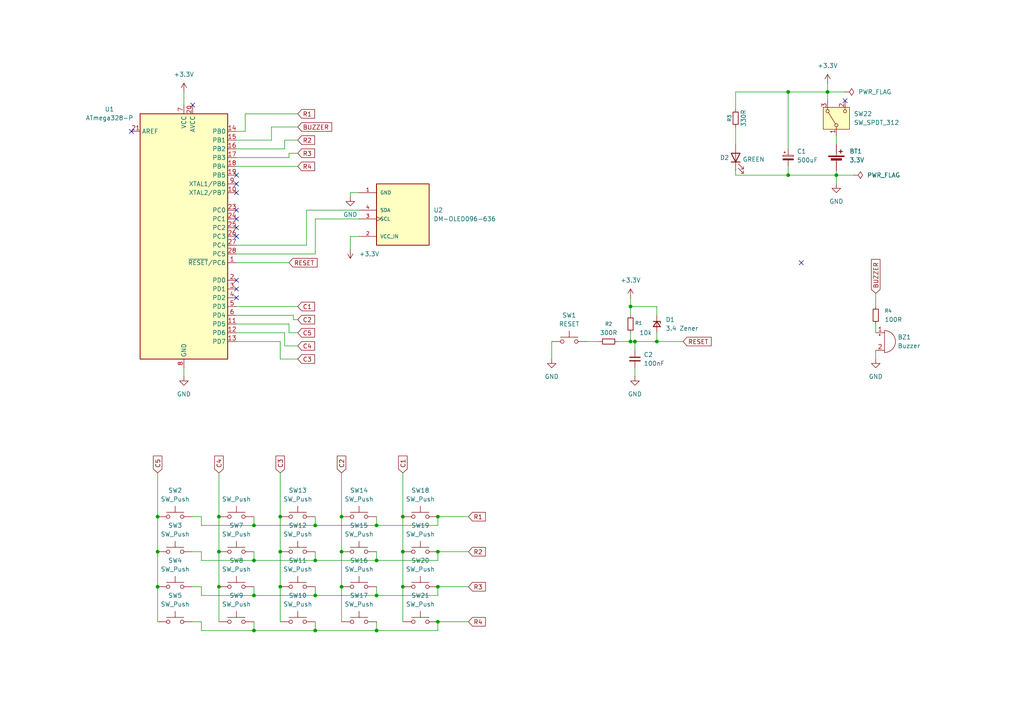
<source format=kicad_sch>
(kicad_sch (version 20250114) (generator "eeschema") (generator_version "9.0")
  (paper "A4")
  (lib_symbols
    (symbol "DM-OLED096-636:DM-OLED096-636" (pin_names (offset 1.016))
      (property "Reference" "U" (at -7.62 10.922 0))
      (property "Value" "DM-OLED096-636" (at -7.62 -10.16 0))
      (symbol "DM-OLED096-636_0_0"
        (rectangle (start -7.62 -7.62) (end 7.62 10.16) (stroke (width 0.254)) (fill (type background)))
        (pin power_in line (at 12.7 7.62 180) (length 5.08) (name "VCC_IN") (number "2"))
        (pin input clock (at 12.7 2.54 180) (length 5.08) (name "SCL") (number "3"))
        (pin bidirectional line (at 12.7 0 180) (length 5.08) (name "SDA") (number "4"))
        (pin power_in line (at 12.7 -5.08 180) (length 5.08) (name "GND") (number "1"))
      )
    )
    (symbol "Device:Battery_Cell" (pin_numbers (hide yes)) (pin_names (offset 0) (hide yes))
      (property "Reference" "BT" (at 2.54 2.54 0))
      (property "Value" "Battery_Cell" (at 2.54 0 0))
      (symbol "Battery_Cell_0_1"
        (rectangle (start -2.286 1.778) (end 2.286 1.524) (fill (type outline)))
        (rectangle (start -1.524 1.016) (end 1.524 0.508) (fill (type outline)))
        (polyline (pts (xy 0 1.778) (xy 0 2.54)))
        (polyline (pts (xy 0 0.762) (xy 0 0)))
        (polyline (pts (xy 0.762 3.048) (xy 1.778 3.048)) (stroke (width 0.254)))
        (polyline (pts (xy 1.27 3.556) (xy 1.27 2.54)) (stroke (width 0.254)))
      )
      (symbol "Battery_Cell_1_1"
        (pin passive line (at 0 5.08 270) (length 2.54) (name "+") (number "1"))
        (pin passive line (at 0 -2.54 90) (length 2.54) (name "-") (number "2"))
      )
    )
    (symbol "Device:Buzzer" (pin_names (offset 0.0254) (hide yes))
      (property "Reference" "BZ" (at 3.81 1.27 0))
      (property "Value" "Buzzer" (at 3.81 -1.27 0))
      (symbol "Buzzer_0_1"
        (polyline (pts (xy -1.651 1.905) (xy -1.143 1.905)))
        (polyline (pts (xy -1.397 2.159) (xy -1.397 1.651)))
        (arc (start 0 3.175) (mid 3.1612 0) (end 0 -3.175))
        (polyline (pts (xy 0 3.175) (xy 0 -3.175)))
      )
      (symbol "Buzzer_1_1"
        (pin passive line (at -2.54 2.54 0) (length 2.54) (name "+") (number "1"))
        (pin passive line (at -2.54 -2.54 0) (length 2.54) (name "-") (number "2"))
      )
    )
    (symbol "Device:C_Polarized_Small" (pin_numbers (hide yes)) (pin_names (offset 0.254) (hide yes))
      (property "Reference" "C" (at 0.254 1.778 0))
      (property "Value" "C_Polarized_Small" (at 0.254 -2.032 0))
      (symbol "C_Polarized_Small_0_1"
        (rectangle (start -1.524 0.6858) (end 1.524 0.3048))
        (rectangle (start -1.524 -0.3048) (end 1.524 -0.6858) (fill (type outline)))
        (polyline (pts (xy -1.27 1.524) (xy -0.762 1.524)))
        (polyline (pts (xy -1.016 1.27) (xy -1.016 1.778)))
      )
      (symbol "C_Polarized_Small_1_1"
        (pin passive line (at 0 2.54 270) (length 1.8542) (name "~") (number "1"))
        (pin passive line (at 0 -2.54 90) (length 1.8542) (name "~") (number "2"))
      )
    )
    (symbol "Device:C_Small" (pin_numbers (hide yes)) (pin_names (offset 0.254) (hide yes))
      (property "Reference" "C" (at 0.254 1.778 0))
      (property "Value" "C_Small" (at 0.254 -2.032 0))
      (symbol "C_Small_0_1"
        (polyline (pts (xy -1.524 0.508) (xy 1.524 0.508)) (stroke (width 0.3048)))
        (polyline (pts (xy -1.524 -0.508) (xy 1.524 -0.508)) (stroke (width 0.3302)))
      )
      (symbol "C_Small_1_1"
        (pin passive line (at 0 2.54 270) (length 2.032) (name "~") (number "1"))
        (pin passive line (at 0 -2.54 90) (length 2.032) (name "~") (number "2"))
      )
    )
    (symbol "Device:D_Zener_Small" (pin_numbers (hide yes)) (pin_names (offset 0.254) (hide yes))
      (property "Reference" "D" (at 0 2.286 0))
      (property "Value" "D_Zener_Small" (at 0 -2.286 0))
      (symbol "D_Zener_Small_0_1"
        (polyline (pts (xy -0.254 1.016) (xy -0.762 1.016) (xy -0.762 -1.016)) (stroke (width 0.254)))
        (polyline (pts (xy 0.762 1.016) (xy -0.762 0) (xy 0.762 -1.016) (xy 0.762 1.016)) (stroke (width 0.254)))
        (polyline (pts (xy 0.762 0) (xy -0.762 0)))
      )
      (symbol "D_Zener_Small_1_1"
        (pin passive line (at -2.54 0 0) (length 1.778) (name "K") (number "1"))
        (pin passive line (at 2.54 0 180) (length 1.778) (name "A") (number "2"))
      )
    )
    (symbol "Device:LED" (pin_numbers (hide yes)) (pin_names (offset 1.016) (hide yes))
      (property "Reference" "D" (at 0 2.54 0))
      (property "Value" "LED" (at 0 -2.54 0))
      (symbol "LED_0_1"
        (polyline (pts (xy -3.048 -0.762) (xy -4.572 -2.286) (xy -3.81 -2.286) (xy -4.572 -2.286) (xy -4.572 -1.524)))
        (polyline (pts (xy -1.778 -0.762) (xy -3.302 -2.286) (xy -2.54 -2.286) (xy -3.302 -2.286) (xy -3.302 -1.524)))
        (polyline (pts (xy -1.27 0) (xy 1.27 0)))
        (polyline (pts (xy -1.27 -1.27) (xy -1.27 1.27)) (stroke (width 0.254)))
        (polyline (pts (xy 1.27 -1.27) (xy 1.27 1.27) (xy -1.27 0) (xy 1.27 -1.27)) (stroke (width 0.254)))
      )
      (symbol "LED_1_1"
        (pin passive line (at -3.81 0 0) (length 2.54) (name "K") (number "1"))
        (pin passive line (at 3.81 0 180) (length 2.54) (name "A") (number "2"))
      )
    )
    (symbol "Device:R_Small" (pin_numbers (hide yes)) (pin_names (offset 0.254) (hide yes))
      (property "Reference" "R" (at 0 0 90))
      (property "Value" "R_Small" (at 1.778 0 90))
      (symbol "R_Small_0_1"
        (rectangle (start -0.762 1.778) (end 0.762 -1.778) (stroke (width 0.2032)))
      )
      (symbol "R_Small_1_1"
        (pin passive line (at 0 2.54 270) (length 0.762) (name "~") (number "1"))
        (pin passive line (at 0 -2.54 90) (length 0.762) (name "~") (number "2"))
      )
    )
    (symbol "MCU_Microchip_ATmega:ATmega328-P"
      (property "Reference" "U" (at -12.7 36.83 0))
      (property "Value" "ATmega328-P" (at 2.54 -36.83 0))
      (symbol "ATmega328-P_0_1"
        (rectangle (start -12.7 -35.56) (end 12.7 35.56) (stroke (width 0.254)) (fill (type background)))
      )
      (symbol "ATmega328-P_1_1"
        (pin passive line (at -15.24 30.48 0) (length 2.54) (name "AREF") (number "21"))
        (pin power_in line (at 0 38.1 270) (length 2.54) (name "VCC") (number "7"))
        (pin passive line (at 0 -38.1 90) (length 2.54) (hide yes) (name "GND") (number "22"))
        (pin power_in line (at 0 -38.1 90) (length 2.54) (name "GND") (number "8"))
        (pin power_in line (at 2.54 38.1 270) (length 2.54) (name "AVCC") (number "20"))
        (pin bidirectional line (at 15.24 30.48 180) (length 2.54) (name "PB0") (number "14"))
        (pin bidirectional line (at 15.24 27.94 180) (length 2.54) (name "PB1") (number "15"))
        (pin bidirectional line (at 15.24 25.4 180) (length 2.54) (name "PB2") (number "16"))
        (pin bidirectional line (at 15.24 22.86 180) (length 2.54) (name "PB3") (number "17"))
        (pin bidirectional line (at 15.24 20.32 180) (length 2.54) (name "PB4") (number "18"))
        (pin bidirectional line (at 15.24 17.78 180) (length 2.54) (name "PB5") (number "19"))
        (pin bidirectional line (at 15.24 15.24 180) (length 2.54) (name "XTAL1/PB6") (number "9"))
        (pin bidirectional line (at 15.24 12.7 180) (length 2.54) (name "XTAL2/PB7") (number "10"))
        (pin bidirectional line (at 15.24 7.62 180) (length 2.54) (name "PC0") (number "23"))
        (pin bidirectional line (at 15.24 5.08 180) (length 2.54) (name "PC1") (number "24"))
        (pin bidirectional line (at 15.24 2.54 180) (length 2.54) (name "PC2") (number "25"))
        (pin bidirectional line (at 15.24 0 180) (length 2.54) (name "PC3") (number "26"))
        (pin bidirectional line (at 15.24 -2.54 180) (length 2.54) (name "PC4") (number "27"))
        (pin bidirectional line (at 15.24 -5.08 180) (length 2.54) (name "PC5") (number "28"))
        (pin bidirectional line (at 15.24 -7.62 180) (length 2.54) (name "~{RESET}/PC6") (number "1"))
        (pin bidirectional line (at 15.24 -12.7 180) (length 2.54) (name "PD0") (number "2"))
        (pin bidirectional line (at 15.24 -15.24 180) (length 2.54) (name "PD1") (number "3"))
        (pin bidirectional line (at 15.24 -17.78 180) (length 2.54) (name "PD2") (number "4"))
        (pin bidirectional line (at 15.24 -20.32 180) (length 2.54) (name "PD3") (number "5"))
        (pin bidirectional line (at 15.24 -22.86 180) (length 2.54) (name "PD4") (number "6"))
        (pin bidirectional line (at 15.24 -25.4 180) (length 2.54) (name "PD5") (number "11"))
        (pin bidirectional line (at 15.24 -27.94 180) (length 2.54) (name "PD6") (number "12"))
        (pin bidirectional line (at 15.24 -30.48 180) (length 2.54) (name "PD7") (number "13"))
      )
    )
    (symbol "Switch:SW_Push" (pin_numbers (hide yes)) (pin_names (offset 1.016) (hide yes))
      (property "Reference" "SW" (at 1.27 2.54 0))
      (property "Value" "SW_Push" (at 0 -1.524 0))
      (symbol "SW_Push_0_1"
        (circle (center -2.032 0) (radius 0.508))
        (polyline (pts (xy 0 1.27) (xy 0 3.048)))
        (circle (center 2.032 0) (radius 0.508))
        (polyline (pts (xy 2.54 1.27) (xy -2.54 1.27)))
        (pin passive line (at -5.08 0 0) (length 2.54) (name "1") (number "1"))
        (pin passive line (at 5.08 0 180) (length 2.54) (name "2") (number "2"))
      )
    )
    (symbol "Switch:SW_SPDT_312" (pin_names (offset 1) (hide yes))
      (property "Reference" "SW" (at 0 5.08 0))
      (property "Value" "SW_SPDT_312" (at 0 -5.08 0))
      (symbol "SW_SPDT_312_0_1"
        (circle (center -2.032 0) (radius 0.4572))
        (polyline (pts (xy -1.651 0.254) (xy 1.651 2.286)))
        (circle (center 2.032 2.54) (radius 0.4572))
        (circle (center 2.032 -2.54) (radius 0.4572))
      )
      (symbol "SW_SPDT_312_1_1"
        (rectangle (start -3.175 3.81) (end 3.175 -3.81) (fill (type background)))
        (pin passive line (at -5.08 0 0) (length 2.54) (name "B") (number "1"))
        (pin passive line (at 5.08 2.54 180) (length 2.54) (name "A") (number "3"))
        (pin passive line (at 5.08 -2.54 180) (length 2.54) (name "C") (number "2"))
      )
    )
    (symbol "power:+3.3V" (power) (pin_numbers (hide yes)) (pin_names (offset 0) (hide yes))
      (property "Value" "+3.3V" (at 0 3.556 0))
      (symbol "+3.3V_0_1"
        (polyline (pts (xy -0.762 1.27) (xy 0 2.54)))
        (polyline (pts (xy 0 2.54) (xy 0.762 1.27)))
        (polyline (pts (xy 0 0) (xy 0 2.54)))
      )
      (symbol "+3.3V_1_1"
        (pin power_in line (at 0 0 90) (length 0) (name "~") (number "1"))
      )
    )
    (symbol "power:GND" (power) (pin_numbers (hide yes)) (pin_names (offset 0) (hide yes))
      (property "Value" "GND" (at 0 -3.81 0))
      (symbol "GND_0_1"
        (polyline (pts (xy 0 0) (xy 0 -1.27) (xy 1.27 -1.27) (xy 0 -2.54) (xy -1.27 -1.27) (xy 0 -1.27)))
      )
      (symbol "GND_1_1"
        (pin power_in line (at 0 0 270) (length 0) (name "~") (number "1"))
      )
    )
    (symbol "power:PWR_FLAG" (power) (pin_numbers (hide yes)) (pin_names (offset 0) (hide yes))
      (property "Value" "PWR_FLAG" (at 0 3.81 0))
      (symbol "PWR_FLAG_0_0"
        (pin power_out line (at 0 0 90) (length 0) (name "~") (number "1"))
      )
      (symbol "PWR_FLAG_0_1"
        (polyline (pts (xy 0 0) (xy 0 1.27) (xy -1.016 1.905) (xy 0 2.54) (xy 1.016 1.905) (xy 0 1.27)))
      )
    )
  )
  (junction (at 109.22 182.88))
  (junction (at 109.22 152.4))
  (junction (at 109.22 162.56))
  (junction (at 182.88 88.9))
  (junction (at 81.28 170.18))
  (junction (at 91.44 152.4))
  (junction (at 228.6 50.8))
  (junction (at 116.84 160.02))
  (junction (at 81.28 149.86))
  (junction (at 81.28 160.02))
  (junction (at 190.5 99.06))
  (junction (at 116.84 149.86))
  (junction (at 127 180.34))
  (junction (at 242.57 50.8))
  (junction (at 184.15 99.06))
  (junction (at 73.66 162.56))
  (junction (at 91.44 182.88))
  (junction (at 116.84 170.18))
  (junction (at 228.6 26.67))
  (junction (at 73.66 182.88))
  (junction (at 127 149.86))
  (junction (at 73.66 152.4))
  (junction (at 91.44 172.72))
  (junction (at 45.72 170.18))
  (junction (at 99.06 170.18))
  (junction (at 99.06 160.02))
  (junction (at 109.22 172.72))
  (junction (at 63.5 170.18))
  (junction (at 73.66 172.72))
  (junction (at 91.44 162.56))
  (junction (at 127 160.02))
  (junction (at 63.5 160.02))
  (junction (at 182.88 99.06))
  (junction (at 45.72 160.02))
  (junction (at 63.5 149.86))
  (junction (at 99.06 149.86))
  (junction (at 240.03 26.67))
  (junction (at 127 170.18))
  (junction (at 45.72 149.86))
  (no_connect (at 55.88 30.48))
  (no_connect (at 68.58 55.88))
  (no_connect (at 245.11 29.21))
  (no_connect (at 68.58 66.04))
  (no_connect (at 68.58 83.82))
  (no_connect (at 38.1 38.1))
  (no_connect (at 68.58 81.28))
  (no_connect (at 68.58 63.5))
  (no_connect (at 68.58 60.96))
  (no_connect (at 68.58 86.36))
  (no_connect (at 232.41 76.2))
  (no_connect (at 68.58 68.58))
  (no_connect (at 68.58 53.34))
  (no_connect (at 68.58 50.8))
  (wire (pts (xy 213.36 49.53) (xy 213.36 50.8)))
  (wire (pts (xy 81.28 160.02) (xy 81.28 170.18)))
  (wire (pts (xy 86.36 92.71) (xy 85.09 92.71)))
  (wire (pts (xy 83.82 96.52) (xy 86.36 96.52)))
  (wire (pts (xy 81.28 137.16) (xy 81.28 149.86)))
  (wire (pts (xy 81.28 170.18) (xy 81.28 180.34)))
  (wire (pts (xy 228.6 26.67) (xy 228.6 43.18)))
  (wire (pts (xy 55.88 170.18) (xy 58.42 170.18)))
  (wire (pts (xy 127 149.86) (xy 135.89 149.86)))
  (wire (pts (xy 127 170.18) (xy 127 172.72)))
  (wire (pts (xy 190.5 96.52) (xy 190.5 99.06)))
  (wire (pts (xy 104.14 60.96) (xy 88.9 60.96)))
  (wire (pts (xy 109.22 160.02) (xy 109.22 162.56)))
  (wire (pts (xy 127 170.18) (xy 135.89 170.18)))
  (wire (pts (xy 242.57 39.37) (xy 242.57 41.91)))
  (wire (pts (xy 170.18 99.06) (xy 173.99 99.06)))
  (wire (pts (xy 242.57 49.53) (xy 242.57 50.8)))
  (wire (pts (xy 91.44 149.86) (xy 91.44 152.4)))
  (wire (pts (xy 68.58 76.2) (xy 83.82 76.2)))
  (wire (pts (xy 83.82 45.72) (xy 83.82 44.45)))
  (wire (pts (xy 116.84 170.18) (xy 116.84 180.34)))
  (wire (pts (xy 228.6 50.8) (xy 242.57 50.8)))
  (wire (pts (xy 127 149.86) (xy 127 152.4)))
  (wire (pts (xy 73.66 172.72) (xy 73.66 170.18)))
  (wire (pts (xy 86.36 100.33) (xy 82.55 100.33)))
  (wire (pts (xy 254 93.98) (xy 254 96.52)))
  (wire (pts (xy 82.55 43.18) (xy 82.55 40.64)))
  (wire (pts (xy 68.58 88.9) (xy 86.36 88.9)))
  (wire (pts (xy 63.5 149.86) (xy 63.5 160.02)))
  (wire (pts (xy 109.22 152.4) (xy 127 152.4)))
  (wire (pts (xy 213.36 31.75) (xy 213.36 26.67)))
  (wire (pts (xy 242.57 50.8) (xy 247.65 50.8)))
  (wire (pts (xy 45.72 137.16) (xy 45.72 149.86)))
  (wire (pts (xy 68.58 48.26) (xy 86.36 48.26)))
  (wire (pts (xy 109.22 170.18) (xy 109.22 172.72)))
  (wire (pts (xy 81.28 104.14) (xy 81.28 99.06)))
  (wire (pts (xy 213.36 36.83) (xy 213.36 41.91)))
  (wire (pts (xy 81.28 149.86) (xy 81.28 160.02)))
  (wire (pts (xy 85.09 92.71) (xy 85.09 91.44)))
  (wire (pts (xy 242.57 50.8) (xy 242.57 53.34)))
  (wire (pts (xy 179.07 99.06) (xy 182.88 99.06)))
  (wire (pts (xy 45.72 149.86) (xy 45.72 160.02)))
  (wire (pts (xy 91.44 152.4) (xy 109.22 152.4)))
  (wire (pts (xy 68.58 40.64) (xy 78.74 40.64)))
  (wire (pts (xy 99.06 160.02) (xy 99.06 170.18)))
  (wire (pts (xy 85.09 91.44) (xy 68.58 91.44)))
  (wire (pts (xy 88.9 71.12) (xy 68.58 71.12)))
  (wire (pts (xy 213.36 50.8) (xy 228.6 50.8)))
  (wire (pts (xy 99.06 137.16) (xy 99.06 149.86)))
  (wire (pts (xy 127 160.02) (xy 135.89 160.02)))
  (wire (pts (xy 63.5 137.16) (xy 63.5 149.86)))
  (wire (pts (xy 99.06 170.18) (xy 99.06 180.34)))
  (wire (pts (xy 68.58 99.06) (xy 81.28 99.06)))
  (wire (pts (xy 91.44 73.66) (xy 68.58 73.66)))
  (wire (pts (xy 127 172.72) (xy 109.22 172.72)))
  (wire (pts (xy 55.88 160.02) (xy 58.42 160.02)))
  (wire (pts (xy 71.12 33.02) (xy 86.36 33.02)))
  (wire (pts (xy 101.6 68.58) (xy 104.14 68.58)))
  (wire (pts (xy 240.03 26.67) (xy 240.03 29.21)))
  (wire (pts (xy 58.42 172.72) (xy 73.66 172.72)))
  (wire (pts (xy 58.42 170.18) (xy 58.42 172.72)))
  (wire (pts (xy 127 162.56) (xy 109.22 162.56)))
  (wire (pts (xy 53.34 106.68) (xy 53.34 109.22)))
  (wire (pts (xy 91.44 180.34) (xy 91.44 182.88)))
  (wire (pts (xy 109.22 172.72) (xy 91.44 172.72)))
  (wire (pts (xy 71.12 38.1) (xy 68.58 38.1)))
  (wire (pts (xy 91.44 162.56) (xy 73.66 162.56)))
  (wire (pts (xy 83.82 93.98) (xy 68.58 93.98)))
  (wire (pts (xy 63.5 160.02) (xy 63.5 170.18)))
  (wire (pts (xy 109.22 180.34) (xy 109.22 182.88)))
  (wire (pts (xy 182.88 91.44) (xy 182.88 88.9)))
  (wire (pts (xy 68.58 43.18) (xy 82.55 43.18)))
  (wire (pts (xy 213.36 26.67) (xy 228.6 26.67)))
  (wire (pts (xy 254 85.09) (xy 254 88.9)))
  (wire (pts (xy 184.15 99.06) (xy 184.15 101.6)))
  (wire (pts (xy 184.15 106.68) (xy 184.15 109.22)))
  (wire (pts (xy 53.34 26.67) (xy 53.34 30.48)))
  (wire (pts (xy 101.6 72.39) (xy 101.6 68.58)))
  (wire (pts (xy 73.66 152.4) (xy 73.66 149.86)))
  (wire (pts (xy 116.84 160.02) (xy 116.84 170.18)))
  (wire (pts (xy 184.15 99.06) (xy 190.5 99.06)))
  (wire (pts (xy 127 160.02) (xy 127 162.56)))
  (wire (pts (xy 104.14 63.5) (xy 91.44 63.5)))
  (wire (pts (xy 182.88 99.06) (xy 184.15 99.06)))
  (wire (pts (xy 58.42 162.56) (xy 73.66 162.56)))
  (wire (pts (xy 83.82 44.45) (xy 86.36 44.45)))
  (wire (pts (xy 182.88 86.36) (xy 182.88 88.9)))
  (wire (pts (xy 58.42 160.02) (xy 58.42 162.56)))
  (wire (pts (xy 254 101.6) (xy 254 104.14)))
  (wire (pts (xy 91.44 172.72) (xy 73.66 172.72)))
  (wire (pts (xy 190.5 91.44) (xy 190.5 88.9)))
  (wire (pts (xy 116.84 149.86) (xy 116.84 160.02)))
  (wire (pts (xy 228.6 48.26) (xy 228.6 50.8)))
  (wire (pts (xy 127 182.88) (xy 109.22 182.88)))
  (wire (pts (xy 228.6 26.67) (xy 240.03 26.67)))
  (wire (pts (xy 73.66 162.56) (xy 73.66 160.02)))
  (wire (pts (xy 58.42 152.4) (xy 73.66 152.4)))
  (wire (pts (xy 91.44 182.88) (xy 73.66 182.88)))
  (wire (pts (xy 58.42 149.86) (xy 58.42 152.4)))
  (wire (pts (xy 78.74 40.64) (xy 78.74 36.83)))
  (wire (pts (xy 82.55 40.64) (xy 86.36 40.64)))
  (wire (pts (xy 81.28 104.14) (xy 86.36 104.14)))
  (wire (pts (xy 45.72 170.18) (xy 45.72 180.34)))
  (wire (pts (xy 91.44 152.4) (xy 73.66 152.4)))
  (wire (pts (xy 55.88 149.86) (xy 58.42 149.86)))
  (wire (pts (xy 160.02 99.06) (xy 160.02 104.14)))
  (wire (pts (xy 109.22 149.86) (xy 109.22 152.4)))
  (wire (pts (xy 109.22 182.88) (xy 91.44 182.88)))
  (wire (pts (xy 190.5 99.06) (xy 198.12 99.06)))
  (wire (pts (xy 88.9 60.96) (xy 88.9 71.12)))
  (wire (pts (xy 55.88 180.34) (xy 58.42 180.34)))
  (wire (pts (xy 58.42 180.34) (xy 58.42 182.88)))
  (wire (pts (xy 45.72 160.02) (xy 45.72 170.18)))
  (wire (pts (xy 99.06 149.86) (xy 99.06 160.02)))
  (wire (pts (xy 116.84 137.16) (xy 116.84 149.86)))
  (wire (pts (xy 82.55 100.33) (xy 82.55 96.52)))
  (wire (pts (xy 101.6 57.15) (xy 101.6 55.88)))
  (wire (pts (xy 78.74 36.83) (xy 86.36 36.83)))
  (wire (pts (xy 127 180.34) (xy 135.89 180.34)))
  (wire (pts (xy 91.44 160.02) (xy 91.44 162.56)))
  (wire (pts (xy 109.22 162.56) (xy 91.44 162.56)))
  (wire (pts (xy 82.55 96.52) (xy 68.58 96.52)))
  (wire (pts (xy 240.03 26.67) (xy 245.11 26.67)))
  (wire (pts (xy 182.88 88.9) (xy 190.5 88.9)))
  (wire (pts (xy 182.88 96.52) (xy 182.88 99.06)))
  (wire (pts (xy 58.42 182.88) (xy 73.66 182.88)))
  (wire (pts (xy 101.6 55.88) (xy 104.14 55.88)))
  (wire (pts (xy 240.03 24.13) (xy 240.03 26.67)))
  (wire (pts (xy 68.58 45.72) (xy 83.82 45.72)))
  (wire (pts (xy 91.44 170.18) (xy 91.44 172.72)))
  (wire (pts (xy 71.12 33.02) (xy 71.12 38.1)))
  (wire (pts (xy 83.82 96.52) (xy 83.82 93.98)))
  (wire (pts (xy 127 180.34) (xy 127 182.88)))
  (wire (pts (xy 91.44 63.5) (xy 91.44 73.66)))
  (wire (pts (xy 63.5 170.18) (xy 63.5 180.34)))
  (wire (pts (xy 73.66 182.88) (xy 73.66 180.34)))
  (global_label "BUZZER" (shape input) (at 86.36 36.83 0) (property "Intersheetrefs" "${INTERSHEET_REFS}" (effects (hide yes))))
  (global_label "R4" (shape input) (at 86.36 48.26 0) (property "Intersheetrefs" "${INTERSHEET_REFS}" (effects (hide yes))))
  (global_label "R4" (shape input) (at 135.89 180.34 0) (property "Intersheetrefs" "${INTERSHEET_REFS}" (effects (hide yes))))
  (global_label "R3" (shape input) (at 86.36 44.45 0) (property "Intersheetrefs" "${INTERSHEET_REFS}" (effects (hide yes))))
  (global_label "R1" (shape input) (at 86.36 33.02 0) (property "Intersheetrefs" "${INTERSHEET_REFS}" (effects (hide yes))))
  (global_label "RESET" (shape input) (at 198.12 99.06 0) (property "Intersheetrefs" "${INTERSHEET_REFS}" (effects (hide yes))))
  (global_label "C1" (shape input) (at 86.36 88.9 0) (property "Intersheetrefs" "${INTERSHEET_REFS}" (effects (hide yes))))
  (global_label "C2" (shape input) (at 99.06 137.16 90) (property "Intersheetrefs" "${INTERSHEET_REFS}" (effects (hide yes))))
  (global_label "C3" (shape input) (at 81.28 137.16 90) (property "Intersheetrefs" "${INTERSHEET_REFS}" (effects (hide yes))))
  (global_label "C5" (shape input) (at 45.72 137.16 90) (property "Intersheetrefs" "${INTERSHEET_REFS}" (effects (hide yes))))
  (global_label "C4" (shape input) (at 63.5 137.16 90) (property "Intersheetrefs" "${INTERSHEET_REFS}" (effects (hide yes))))
  (global_label "C5" (shape input) (at 86.36 96.52 0) (property "Intersheetrefs" "${INTERSHEET_REFS}" (effects (hide yes))))
  (global_label "C4" (shape input) (at 86.36 100.33 0) (property "Intersheetrefs" "${INTERSHEET_REFS}" (effects (hide yes))))
  (global_label "R1" (shape input) (at 135.89 149.86 0) (property "Intersheetrefs" "${INTERSHEET_REFS}" (effects (hide yes))))
  (global_label "C1" (shape input) (at 116.84 137.16 90) (property "Intersheetrefs" "${INTERSHEET_REFS}" (effects (hide yes))))
  (global_label "R2" (shape input) (at 135.89 160.02 0) (property "Intersheetrefs" "${INTERSHEET_REFS}" (effects (hide yes))))
  (global_label "C2" (shape input) (at 86.36 92.71 0) (property "Intersheetrefs" "${INTERSHEET_REFS}" (effects (hide yes))))
  (global_label "RESET" (shape input) (at 83.82 76.2 0) (property "Intersheetrefs" "${INTERSHEET_REFS}" (effects (hide yes))))
  (global_label "R2" (shape input) (at 86.36 40.64 0) (property "Intersheetrefs" "${INTERSHEET_REFS}" (effects (hide yes))))
  (global_label "C3" (shape input) (at 86.36 104.14 0) (property "Intersheetrefs" "${INTERSHEET_REFS}" (effects (hide yes))))
  (global_label "R3" (shape input) (at 135.89 170.18 0) (property "Intersheetrefs" "${INTERSHEET_REFS}" (effects (hide yes))))
  (global_label "BUZZER" (shape input) (at 254 85.09 90) (property "Intersheetrefs" "${INTERSHEET_REFS}" (effects (hide yes))))
  (symbol (lib_id "power:GND") (at 242.57 53.34 0) (unit 1)
    (property "Reference" "#PWR02" (effects (hide yes)))
    (property "Value" "GND" (at 242.57 58.42 0))
    (property "Description" "Power symbol creates a global label with name \"GND\" , ground" (effects (hide yes)))
  )
  (symbol (lib_id "Switch:SW_Push") (at 121.92 170.18 0) (unit 1)
    (property "Reference" "SW20" (at 121.92 162.56 0))
    (property "Value" "SW_Push" (at 121.92 165.1 0))
    (property "Footprint" "Button_Switch_SMD:SW_Push_1P1T_NO_E-Switch_TL3301NxxxxxG" (effects (hide yes)))
    (property "Description" "Push button switch, generic, two pins" (effects (hide yes)))
  )
  (symbol (lib_id "Switch:SW_Push") (at 68.58 170.18 0) (unit 1)
    (property "Reference" "SW8" (at 68.58 162.56 0))
    (property "Value" "SW_Push" (at 68.58 165.1 0))
    (property "Footprint" "Button_Switch_SMD:SW_Push_1P1T_NO_E-Switch_TL3301NxxxxxG" (effects (hide yes)))
    (property "Description" "Push button switch, generic, two pins" (effects (hide yes)))
  )
  (symbol (lib_id "Switch:SW_Push") (at 68.58 160.02 0) (unit 1)
    (property "Reference" "SW7" (at 68.58 152.4 0))
    (property "Value" "SW_Push" (at 68.58 154.94 0))
    (property "Footprint" "Button_Switch_SMD:SW_Push_1P1T_NO_E-Switch_TL3301NxxxxxG" (effects (hide yes)))
    (property "Description" "Push button switch, generic, two pins" (effects (hide yes)))
  )
  (symbol (lib_id "Device:C_Small") (at 184.15 104.14 0) (unit 1)
    (property "Reference" "C2" (at 186.69 102.8762 0) (effects (justify left)))
    (property "Value" "100nF" (at 186.69 105.4162 0) (effects (justify left)))
    (property "Footprint" "Capacitor_SMD:C_1206_3216Metric" (effects (hide yes)))
    (property "Description" "Unpolarized capacitor, small symbol" (effects (hide yes)))
  )
  (symbol (lib_id "Device:R_Small") (at 213.36 34.29 180) (unit 1)
    (property "Reference" "R3" (at 211.582 34.29 90) (effects (font (size 1.016 1.016))))
    (property "Value" "330R" (at 215.646 34.29 90))
    (property "Footprint" "Resistor_SMD:R_1206_3216Metric" (effects (hide yes)))
    (property "Description" "Resistor, small symbol" (effects (hide yes)))
  )
  (symbol (lib_id "MCU_Microchip_ATmega:ATmega328-P") (at 53.34 68.58 0) (unit 1)
    (property "Reference" "U1" (at 31.75 31.6798 0))
    (property "Value" "ATmega328-P" (at 31.75 34.2198 0))
    (property "Footprint" "Package_DIP:DIP-28_W7.62mm" (effects (hide yes)))
    (property "Datasheet" "http://ww1.microchip.com/downloads/en/DeviceDoc/ATmega328_P%20AVR%20MCU%20with%20picoPower%20Technology%20Data%20Sheet%2040001984A.pdf" (effects (hide yes)))
    (property "Description" "20MHz, 32kB Flash, 2kB SRAM, 1kB EEPROM, DIP-28" (effects (hide yes)))
  )
  (symbol (lib_id "Device:R_Small") (at 176.53 99.06 90) (unit 1)
    (property "Reference" "R2" (at 176.53 93.98 90) (effects (font (size 1.016 1.016))))
    (property "Value" "300R" (at 176.53 96.52 90))
    (property "Footprint" "Resistor_SMD:R_1206_3216Metric" (effects (hide yes)))
    (property "Description" "Resistor, small symbol" (effects (hide yes)))
  )
  (symbol (lib_id "Switch:SW_Push") (at 50.8 170.18 0) (unit 1)
    (property "Reference" "SW4" (at 50.8 162.56 0))
    (property "Value" "SW_Push" (at 50.8 165.1 0))
    (property "Footprint" "Button_Switch_SMD:SW_Push_1P1T_NO_E-Switch_TL3301NxxxxxG" (effects (hide yes)))
    (property "Description" "Push button switch, generic, two pins" (effects (hide yes)))
  )
  (symbol (lib_id "Switch:SW_Push") (at 68.58 180.34 0) (unit 1)
    (property "Reference" "SW9" (at 68.58 172.72 0))
    (property "Value" "SW_Push" (at 68.58 175.26 0))
    (property "Footprint" "Button_Switch_SMD:SW_Push_1P1T_NO_E-Switch_TL3301NxxxxxG" (effects (hide yes)))
    (property "Description" "Push button switch, generic, two pins" (effects (hide yes)))
  )
  (symbol (lib_id "Switch:SW_Push") (at 86.36 149.86 0) (unit 1)
    (property "Reference" "SW13" (at 86.36 142.24 0))
    (property "Value" "SW_Push" (at 86.36 144.78 0))
    (property "Footprint" "Button_Switch_SMD:SW_Push_1P1T_NO_E-Switch_TL3301NxxxxxG" (effects (hide yes)))
    (property "Description" "Push button switch, generic, two pins" (effects (hide yes)))
  )
  (symbol (lib_id "Switch:SW_Push") (at 165.1 99.06 0) (unit 1)
    (property "Reference" "SW1" (at 165.1 91.44 0))
    (property "Value" "RESET" (at 165.1 93.98 0))
    (property "Footprint" "Button_Switch_SMD:SW_Push_1P1T_NO_E-Switch_TL3301NxxxxxG" (effects (hide yes)))
    (property "Description" "Push button switch, generic, two pins" (effects (hide yes)))
  )
  (symbol (lib_id "Device:Battery_Cell") (at 242.57 46.99 0) (unit 1)
    (property "Reference" "BT1" (at 246.38 43.8784 0) (effects (justify left)))
    (property "Value" "3.3V" (at 246.38 46.4184 0) (effects (justify left)))
    (property "Footprint" "Battery:BatteryHolder_Keystone_1060_1x2032" (effects (hide yes)))
    (property "Description" "Single-cell battery" (effects (hide yes)))
  )
  (symbol (lib_id "Switch:SW_Push") (at 68.58 149.86 0) (unit 1)
    (property "Reference" "SW6" (effects (hide yes)))
    (property "Value" "SW_Push" (at 68.58 144.78 0))
    (property "Footprint" "Button_Switch_SMD:SW_Push_1P1T_NO_E-Switch_TL3301NxxxxxG" (effects (hide yes)))
    (property "Description" "Push button switch, generic, two pins" (effects (hide yes)))
  )
  (symbol (lib_id "DM-OLED096-636:DM-OLED096-636") (at 116.84 60.96 180) (unit 1)
    (property "Reference" "U2" (at 125.73 60.9599 0) (effects (justify right)))
    (property "Value" "DM-OLED096-636" (at 125.73 63.4999 0) (effects (justify right)))
    (property "Footprint" "DM-OLED096-636:MODULE_DM-OLED096-636" (effects (hide yes)))
    (property "MF" "Display Module" (effects (hide yes)))
    (property "MAXIMUM_PACKAGE_HEIGHT" "11.3 mm" (effects (hide yes)))
    (property "Package" "Package" (effects (hide yes)))
    (property "Price" "None" (effects (hide yes)))
    (property "Check_prices" "https://www.snapeda.com/parts/DM-OLED096-636/Display+Module/view-part/?ref=eda" (effects (hide yes)))
    (property "STANDARD" "Manufacturer Recommendations" (effects (hide yes)))
    (property "PARTREV" "2018-09-10" (effects (hide yes)))
    (property "SnapEDA_Link" "https://www.snapeda.com/parts/DM-OLED096-636/Display+Module/view-part/?ref=snap" (effects (hide yes)))
    (property "MP" "DM-OLED096-636" (effects (hide yes)))
    (property "Description_1" "0.96” 128 X 64 MONOCHROME GRAPHIC OLED DISPLAY MODULE - I2C" (effects (hide yes)))
    (property "Availability" "Not in stock" (effects (hide yes)))
    (property "MANUFACTURER" "Displaymodule" (effects (hide yes)))
  )
  (symbol (lib_id "Switch:SW_Push") (at 121.92 160.02 0) (unit 1)
    (property "Reference" "SW19" (at 121.92 152.4 0))
    (property "Value" "SW_Push" (at 121.92 154.94 0))
    (property "Footprint" "Button_Switch_SMD:SW_Push_1P1T_NO_E-Switch_TL3301NxxxxxG" (effects (hide yes)))
    (property "Description" "Push button switch, generic, two pins" (effects (hide yes)))
  )
  (symbol (lib_id "Switch:SW_SPDT_312") (at 242.57 34.29 90) (unit 1)
    (property "Reference" "SW22" (at 247.65 33.0199 90) (effects (justify right)))
    (property "Value" "SW_SPDT_312" (at 247.65 35.5599 90) (effects (justify right)))
    (property "Footprint" "Button_Switch_THT:SW_Slide_SPDT_Angled_CK_OS102011MA1Q" (effects (hide yes)))
    (property "Description" "Switch, single pole double throw" (effects (hide yes)))
  )
  (symbol (lib_id "Device:Buzzer") (at 256.54 99.06 0) (unit 1)
    (property "Reference" "BZ1" (at 260.35 97.7899 0) (effects (justify left)))
    (property "Value" "Buzzer" (at 260.35 100.3299 0) (effects (justify left)))
    (property "Footprint" "Buzzer_Beeper:Buzzer_TDK_PS1240P02BT_D12.2mm_H6.5mm" (effects (hide yes)))
    (property "Description" "Buzzer, polarized" (effects (hide yes)))
  )
  (symbol (lib_id "power:+3.3V") (at 182.88 86.36 0) (unit 1)
    (property "Reference" "#PWR07" (effects (hide yes)))
    (property "Value" "+3.3V" (at 182.88 81.28 0))
    (property "Description" "Power symbol creates a global label with name \"+3.3V\"" (effects (hide yes)))
  )
  (symbol (lib_id "power:GND") (at 53.34 109.22 0) (unit 1)
    (property "Reference" "#PWR03" (effects (hide yes)))
    (property "Value" "GND" (at 53.34 114.3 0))
    (property "Description" "Power symbol creates a global label with name \"GND\" , ground" (effects (hide yes)))
  )
  (symbol (lib_id "power:+3.3V") (at 101.6 72.39 180) (unit 1)
    (property "Reference" "#PWR06" (effects (hide yes)))
    (property "Value" "+3.3V" (at 104.14 73.6599 0) (effects (justify right)))
    (property "Description" "Power symbol creates a global label with name \"+3.3V\"" (effects (hide yes)))
  )
  (symbol (lib_id "Switch:SW_Push") (at 50.8 160.02 0) (unit 1)
    (property "Reference" "SW3" (at 50.8 152.4 0))
    (property "Value" "SW_Push" (at 50.8 154.94 0))
    (property "Footprint" "Button_Switch_SMD:SW_Push_1P1T_NO_E-Switch_TL3301NxxxxxG" (effects (hide yes)))
    (property "Description" "Push button switch, generic, two pins" (effects (hide yes)))
  )
  (symbol (lib_id "Switch:SW_Push") (at 104.14 170.18 0) (unit 1)
    (property "Reference" "SW16" (at 104.14 162.56 0))
    (property "Value" "SW_Push" (at 104.14 165.1 0))
    (property "Footprint" "Button_Switch_SMD:SW_Push_1P1T_NO_E-Switch_TL3301NxxxxxG" (effects (hide yes)))
    (property "Description" "Push button switch, generic, two pins" (effects (hide yes)))
  )
  (symbol (lib_id "power:GND") (at 254 104.14 0) (unit 1)
    (property "Reference" "#PWR010" (effects (hide yes)))
    (property "Value" "GND" (at 254 109.22 0))
    (property "Description" "Power symbol creates a global label with name \"GND\" , ground" (effects (hide yes)))
  )
  (symbol (lib_id "Switch:SW_Push") (at 86.36 170.18 0) (unit 1)
    (property "Reference" "SW11" (at 86.36 162.56 0))
    (property "Value" "SW_Push" (at 86.36 165.1 0))
    (property "Footprint" "Button_Switch_SMD:SW_Push_1P1T_NO_E-Switch_TL3301NxxxxxG" (effects (hide yes)))
    (property "Description" "Push button switch, generic, two pins" (effects (hide yes)))
  )
  (symbol (lib_id "Switch:SW_Push") (at 121.92 180.34 0) (unit 1)
    (property "Reference" "SW21" (at 121.92 172.72 0))
    (property "Value" "SW_Push" (at 121.92 175.26 0))
    (property "Footprint" "Button_Switch_SMD:SW_Push_1P1T_NO_E-Switch_TL3301NxxxxxG" (effects (hide yes)))
    (property "Description" "Push button switch, generic, two pins" (effects (hide yes)))
  )
  (symbol (lib_id "power:+3.3V") (at 53.34 26.67 0) (unit 1)
    (property "Reference" "#PWR04" (effects (hide yes)))
    (property "Value" "+3.3V" (at 53.34 21.59 0))
    (property "Description" "Power symbol creates a global label with name \"+3.3V\"" (effects (hide yes)))
  )
  (symbol (lib_id "power:GND") (at 101.6 57.15 0) (unit 1)
    (property "Reference" "#PWR05" (effects (hide yes)))
    (property "Value" "GND" (at 101.6 62.23 0))
    (property "Description" "Power symbol creates a global label with name \"GND\" , ground" (effects (hide yes)))
  )
  (symbol (lib_id "Switch:SW_Push") (at 121.92 149.86 0) (unit 1)
    (property "Reference" "SW18" (at 121.92 142.24 0))
    (property "Value" "SW_Push" (at 121.92 144.78 0))
    (property "Footprint" "Button_Switch_SMD:SW_Push_1P1T_NO_E-Switch_TL3301NxxxxxG" (effects (hide yes)))
    (property "Description" "Push button switch, generic, two pins" (effects (hide yes)))
  )
  (symbol (lib_id "Switch:SW_Push") (at 50.8 180.34 0) (unit 1)
    (property "Reference" "SW5" (at 50.8 172.72 0))
    (property "Value" "SW_Push" (at 50.8 175.26 0))
    (property "Footprint" "Button_Switch_SMD:SW_Push_1P1T_NO_E-Switch_TL3301NxxxxxG" (effects (hide yes)))
    (property "Description" "Push button switch, generic, two pins" (effects (hide yes)))
  )
  (symbol (lib_id "Switch:SW_Push") (at 50.8 149.86 0) (unit 1)
    (property "Reference" "SW2" (at 50.8 142.24 0))
    (property "Value" "SW_Push" (at 50.8 144.78 0))
    (property "Footprint" "Button_Switch_SMD:SW_Push_1P1T_NO_E-Switch_TL3301NxxxxxG" (effects (hide yes)))
    (property "Description" "Push button switch, generic, two pins" (effects (hide yes)))
  )
  (symbol (lib_id "power:GND") (at 160.02 104.14 0) (unit 1)
    (property "Reference" "#PWR08" (effects (hide yes)))
    (property "Value" "GND" (at 160.02 109.22 0))
    (property "Description" "Power symbol creates a global label with name \"GND\" , ground" (effects (hide yes)))
  )
  (symbol (lib_id "power:PWR_FLAG") (at 245.11 26.67 270) (unit 1)
    (property "Reference" "#FLG01" (effects (hide yes)))
    (property "Value" "PWR_FLAG" (at 248.92 26.6699 90) (effects (justify left)))
    (property "Description" "Special symbol for telling ERC where power comes from" (effects (hide yes)))
  )
  (symbol (lib_id "Switch:SW_Push") (at 86.36 160.02 0) (unit 1)
    (property "Reference" "SW12" (at 86.36 152.4 0))
    (property "Value" "SW_Push" (at 86.36 154.94 0))
    (property "Footprint" "Button_Switch_SMD:SW_Push_1P1T_NO_E-Switch_TL3301NxxxxxG" (effects (hide yes)))
    (property "Description" "Push button switch, generic, two pins" (effects (hide yes)))
  )
  (symbol (lib_id "Device:LED") (at 213.36 45.72 90) (unit 1)
    (property "Reference" "D2" (at 208.788 45.72 90) (effects (justify right)))
    (property "Value" "GREEN" (at 215.392 46.228 90) (effects (justify right)))
    (property "Footprint" "LED_SMD:LED_2010_5025Metric_Pad1.52x2.65mm_HandSolder" (effects (hide yes)))
    (property "Description" "Light emitting diode" (effects (hide yes)))
    (property "Sim.Pins" "1=K 2=A" (effects (hide yes)))
  )
  (symbol (lib_id "Switch:SW_Push") (at 104.14 160.02 0) (unit 1)
    (property "Reference" "SW15" (at 104.14 152.4 0))
    (property "Value" "SW_Push" (at 104.14 154.94 0))
    (property "Footprint" "Button_Switch_SMD:SW_Push_1P1T_NO_E-Switch_TL3301NxxxxxG" (effects (hide yes)))
    (property "Description" "Push button switch, generic, two pins" (effects (hide yes)))
  )
  (symbol (lib_id "Switch:SW_Push") (at 104.14 149.86 0) (unit 1)
    (property "Reference" "SW14" (at 104.14 142.24 0))
    (property "Value" "SW_Push" (at 104.14 144.78 0))
    (property "Footprint" "Button_Switch_SMD:SW_Push_1P1T_NO_E-Switch_TL3301NxxxxxG" (effects (hide yes)))
    (property "Description" "Push button switch, generic, two pins" (effects (hide yes)))
  )
  (symbol (lib_id "Device:C_Polarized_Small") (at 228.6 45.72 0) (unit 1)
    (property "Reference" "C1" (at 231.14 43.9038 0) (effects (justify left)))
    (property "Value" "500uF" (at 231.14 46.4438 0) (effects (justify left)))
    (property "Footprint" "Capacitor_THT:CP_Radial_D5.0mm_P2.50mm" (effects (hide yes)))
    (property "Description" "Polarized capacitor, small symbol" (effects (hide yes)))
  )
  (symbol (lib_id "Device:R_Small") (at 254 91.44 0) (unit 1)
    (property "Reference" "R4" (at 256.54 90.1699 0) (effects (font (size 1.016 1.016)) (justify left)))
    (property "Value" "100R" (at 256.54 92.7099 0) (effects (justify left)))
    (property "Footprint" "Resistor_SMD:R_1206_3216Metric" (effects (hide yes)))
    (property "Description" "Resistor, small symbol" (effects (hide yes)))
  )
  (symbol (lib_id "Device:D_Zener_Small") (at 190.5 93.98 270) (unit 1)
    (property "Reference" "D1" (at 193.04 92.7099 90) (effects (justify left)))
    (property "Value" "3.4 Zener" (at 193.04 95.2499 90) (effects (justify left)))
    (property "Footprint" "Diode_SMD:D_SOD-323F" (effects (hide yes)))
    (property "Description" "Zener diode, small symbol" (effects (hide yes)))
  )
  (symbol (lib_id "power:PWR_FLAG") (at 247.65 50.8 270) (unit 1)
    (property "Reference" "#FLG02" (effects (hide yes)))
    (property "Value" "PWR_FLAG" (at 251.46 50.7999 90) (effects (justify left)))
    (property "Description" "Special symbol for telling ERC where power comes from" (effects (hide yes)))
  )
  (symbol (lib_id "Switch:SW_Push") (at 86.36 180.34 0) (unit 1)
    (property "Reference" "SW10" (at 86.36 172.72 0))
    (property "Value" "SW_Push" (at 86.36 175.26 0))
    (property "Footprint" "Button_Switch_SMD:SW_Push_1P1T_NO_E-Switch_TL3301NxxxxxG" (effects (hide yes)))
    (property "Description" "Push button switch, generic, two pins" (effects (hide yes)))
  )
  (symbol (lib_id "power:+3.3V") (at 240.03 24.13 0) (unit 1)
    (property "Reference" "#PWR01" (effects (hide yes)))
    (property "Value" "+3.3V" (at 240.03 19.05 0))
    (property "Description" "Power symbol creates a global label with name \"+3.3V\"" (effects (hide yes)))
  )
  (symbol (lib_id "Switch:SW_Push") (at 104.14 180.34 0) (unit 1)
    (property "Reference" "SW17" (at 104.14 172.72 0))
    (property "Value" "SW_Push" (at 104.14 175.26 0))
    (property "Footprint" "Button_Switch_SMD:SW_Push_1P1T_NO_E-Switch_TL3301NxxxxxG" (effects (hide yes)))
    (property "Description" "Push button switch, generic, two pins" (effects (hide yes)))
  )
  (symbol (lib_id "power:GND") (at 184.15 109.22 0) (unit 1)
    (property "Reference" "#PWR09" (effects (hide yes)))
    (property "Value" "GND" (at 184.15 114.3 0))
    (property "Description" "Power symbol creates a global label with name \"GND\" , ground" (effects (hide yes)))
  )
  (symbol (lib_id "Device:R_Small") (at 182.88 93.98 0) (unit 1)
    (property "Reference" "R1" (at 184.15 93.726 0) (effects (font (size 1.016 1.016)) (justify left)))
    (property "Value" "10k" (at 185.42 96.52 0) (effects (justify left)))
    (property "Footprint" "Resistor_SMD:R_1206_3216Metric" (effects (hide yes)))
    (property "Description" "Resistor, small symbol" (effects (hide yes)))
  )
)
</source>
